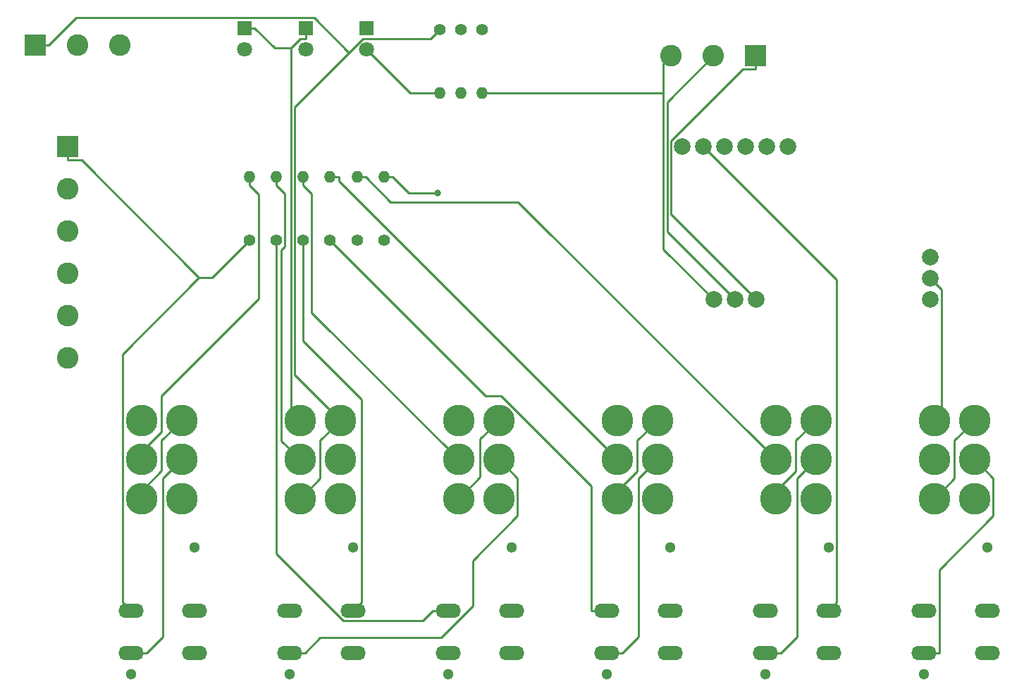
<source format=gbr>
G04 #@! TF.GenerationSoftware,KiCad,Pcbnew,(5.0.0)*
G04 #@! TF.CreationDate,2019-04-13T23:19:49+01:00*
G04 #@! TF.ProjectId,LS Tester,4C53205465737465722E6B696361645F,rev?*
G04 #@! TF.SameCoordinates,Original*
G04 #@! TF.FileFunction,Copper,L2,Bot,Signal*
G04 #@! TF.FilePolarity,Positive*
%FSLAX46Y46*%
G04 Gerber Fmt 4.6, Leading zero omitted, Abs format (unit mm)*
G04 Created by KiCad (PCBNEW (5.0.0)) date 04/13/19 23:19:49*
%MOMM*%
%LPD*%
G01*
G04 APERTURE LIST*
G04 #@! TA.AperFunction,ComponentPad*
%ADD10C,1.300000*%
G04 #@! TD*
G04 #@! TA.AperFunction,ComponentPad*
%ADD11O,3.048000X1.727200*%
G04 #@! TD*
G04 #@! TA.AperFunction,ComponentPad*
%ADD12C,1.800000*%
G04 #@! TD*
G04 #@! TA.AperFunction,ComponentPad*
%ADD13R,1.800000X1.800000*%
G04 #@! TD*
G04 #@! TA.AperFunction,ComponentPad*
%ADD14C,2.000000*%
G04 #@! TD*
G04 #@! TA.AperFunction,ComponentPad*
%ADD15C,1.400000*%
G04 #@! TD*
G04 #@! TA.AperFunction,ComponentPad*
%ADD16O,1.400000X1.400000*%
G04 #@! TD*
G04 #@! TA.AperFunction,ComponentPad*
%ADD17C,3.810000*%
G04 #@! TD*
G04 #@! TA.AperFunction,ComponentPad*
%ADD18R,2.600000X2.600000*%
G04 #@! TD*
G04 #@! TA.AperFunction,ComponentPad*
%ADD19C,2.600000*%
G04 #@! TD*
G04 #@! TA.AperFunction,ViaPad*
%ADD20C,0.800000*%
G04 #@! TD*
G04 #@! TA.AperFunction,Conductor*
%ADD21C,0.250000*%
G04 #@! TD*
G04 APERTURE END LIST*
D10*
G04 #@! TO.P,SW1,4*
G04 #@! TO.N,N/C*
X127000000Y-124460000D03*
G04 #@! TO.P,SW1,3*
X119380000Y-139700000D03*
D11*
G04 #@! TO.P,SW1,1*
G04 #@! TO.N,Net-(SW1-Pad1)*
X119380000Y-137160000D03*
G04 #@! TO.P,SW1,0*
G04 #@! TO.N,1*
X119380000Y-132080000D03*
G04 #@! TO.P,SW1,2*
G04 #@! TO.N,N/C*
X127000000Y-137160000D03*
G04 #@! TO.P,SW1,0*
G04 #@! TO.N,1*
X127000000Y-132080000D03*
G04 #@! TD*
D10*
G04 #@! TO.P,SW2,4*
G04 #@! TO.N,N/C*
X165100000Y-124460000D03*
G04 #@! TO.P,SW2,3*
X157480000Y-139700000D03*
D11*
G04 #@! TO.P,SW2,1*
G04 #@! TO.N,Net-(SW2-Pad1)*
X157480000Y-137160000D03*
G04 #@! TO.P,SW2,0*
G04 #@! TO.N,2*
X157480000Y-132080000D03*
G04 #@! TO.P,SW2,2*
G04 #@! TO.N,N/C*
X165100000Y-137160000D03*
G04 #@! TO.P,SW2,0*
G04 #@! TO.N,2*
X165100000Y-132080000D03*
G04 #@! TD*
D10*
G04 #@! TO.P,SW3,4*
G04 #@! TO.N,N/C*
X146050000Y-124460000D03*
G04 #@! TO.P,SW3,3*
X138430000Y-139700000D03*
D11*
G04 #@! TO.P,SW3,1*
G04 #@! TO.N,Net-(SW3-Pad1)*
X138430000Y-137160000D03*
G04 #@! TO.P,SW3,0*
G04 #@! TO.N,3*
X138430000Y-132080000D03*
G04 #@! TO.P,SW3,2*
G04 #@! TO.N,N/C*
X146050000Y-137160000D03*
G04 #@! TO.P,SW3,0*
G04 #@! TO.N,3*
X146050000Y-132080000D03*
G04 #@! TD*
D10*
G04 #@! TO.P,SW4,4*
G04 #@! TO.N,N/C*
X184150000Y-124460000D03*
G04 #@! TO.P,SW4,3*
X176530000Y-139700000D03*
D11*
G04 #@! TO.P,SW4,1*
G04 #@! TO.N,Net-(SW10-Pad5)*
X176530000Y-137160000D03*
G04 #@! TO.P,SW4,0*
G04 #@! TO.N,4*
X176530000Y-132080000D03*
G04 #@! TO.P,SW4,2*
G04 #@! TO.N,N/C*
X184150000Y-137160000D03*
G04 #@! TO.P,SW4,0*
G04 #@! TO.N,4*
X184150000Y-132080000D03*
G04 #@! TD*
D10*
G04 #@! TO.P,SW5,4*
G04 #@! TO.N,N/C*
X203200000Y-124460000D03*
G04 #@! TO.P,SW5,3*
X195580000Y-139700000D03*
D11*
G04 #@! TO.P,SW5,1*
G04 #@! TO.N,Net-(SW11-Pad5)*
X195580000Y-137160000D03*
G04 #@! TO.P,SW5,0*
G04 #@! TO.N,5*
X195580000Y-132080000D03*
G04 #@! TO.P,SW5,2*
G04 #@! TO.N,N/C*
X203200000Y-137160000D03*
G04 #@! TO.P,SW5,0*
G04 #@! TO.N,5*
X203200000Y-132080000D03*
G04 #@! TD*
D10*
G04 #@! TO.P,SW6,4*
G04 #@! TO.N,N/C*
X222250000Y-124460000D03*
G04 #@! TO.P,SW6,3*
X214630000Y-139700000D03*
D11*
G04 #@! TO.P,SW6,1*
G04 #@! TO.N,Net-(SW12-Pad5)*
X214630000Y-137160000D03*
G04 #@! TO.P,SW6,0*
G04 #@! TO.N,6*
X214630000Y-132080000D03*
G04 #@! TO.P,SW6,2*
G04 #@! TO.N,N/C*
X222250000Y-137160000D03*
G04 #@! TO.P,SW6,0*
G04 #@! TO.N,6*
X222250000Y-132080000D03*
G04 #@! TD*
D12*
G04 #@! TO.P,D11,2*
G04 #@! TO.N,13*
X133032000Y-64579500D03*
D13*
G04 #@! TO.P,D11,1*
G04 #@! TO.N,0v*
X133032000Y-62039500D03*
G04 #@! TD*
D12*
G04 #@! TO.P,D12,2*
G04 #@! TO.N,12*
X140398000Y-64643000D03*
D13*
G04 #@! TO.P,D12,1*
G04 #@! TO.N,0v*
X140398000Y-62103000D03*
G04 #@! TD*
D12*
G04 #@! TO.P,D13,2*
G04 #@! TO.N,11*
X147701000Y-64643000D03*
D13*
G04 #@! TO.P,D13,1*
G04 #@! TO.N,0v*
X147701000Y-62103000D03*
G04 #@! TD*
D14*
G04 #@! TO.P,J1,13*
G04 #@! TO.N,13*
X189420000Y-94678500D03*
G04 #@! TO.P,J1,12*
G04 #@! TO.N,12*
X191960000Y-94678500D03*
G04 #@! TO.P,J1,11*
G04 #@! TO.N,11*
X194500000Y-94678500D03*
G04 #@! TO.P,J1,6*
G04 #@! TO.N,6*
X185610000Y-76263500D03*
G04 #@! TO.P,J1,5*
G04 #@! TO.N,5*
X188150000Y-76263500D03*
G04 #@! TO.P,J1,4*
G04 #@! TO.N,4*
X190690000Y-76263500D03*
G04 #@! TO.P,J1,3*
G04 #@! TO.N,3*
X193230000Y-76263500D03*
G04 #@! TO.P,J1,2*
G04 #@! TO.N,2*
X195770000Y-76263500D03*
G04 #@! TO.P,J1,1*
G04 #@! TO.N,1*
X198310000Y-76263500D03*
G04 #@! TO.P,J1,23*
G04 #@! TO.N,Net-(J1-Pad23)*
X215455000Y-89598500D03*
G04 #@! TO.P,J1,22*
G04 #@! TO.N,0v*
X215455000Y-92138500D03*
G04 #@! TO.P,J1,21*
G04 #@! TO.N,+6v*
X215455000Y-94678500D03*
G04 #@! TD*
D15*
G04 #@! TO.P,R1,1*
G04 #@! TO.N,1*
X133667000Y-87567000D03*
D16*
G04 #@! TO.P,R1,2*
G04 #@! TO.N,Net-(R1-Pad2)*
X133667000Y-79947000D03*
G04 #@! TD*
D15*
G04 #@! TO.P,R2,1*
G04 #@! TO.N,2*
X136843000Y-87567000D03*
D16*
G04 #@! TO.P,R2,2*
G04 #@! TO.N,Net-(R2-Pad2)*
X136843000Y-79947000D03*
G04 #@! TD*
D15*
G04 #@! TO.P,R3,1*
G04 #@! TO.N,3*
X140081000Y-87567000D03*
D16*
G04 #@! TO.P,R3,2*
G04 #@! TO.N,Net-(R3-Pad2)*
X140081000Y-79947000D03*
G04 #@! TD*
D15*
G04 #@! TO.P,R4,1*
G04 #@! TO.N,4*
X143319000Y-87567000D03*
D16*
G04 #@! TO.P,R4,2*
G04 #@! TO.N,Net-(R4-Pad2)*
X143319000Y-79947000D03*
G04 #@! TD*
D15*
G04 #@! TO.P,R5,1*
G04 #@! TO.N,5*
X146558000Y-87567000D03*
D16*
G04 #@! TO.P,R5,2*
G04 #@! TO.N,Net-(R5-Pad2)*
X146558000Y-79947000D03*
G04 #@! TD*
D15*
G04 #@! TO.P,R6,1*
G04 #@! TO.N,6*
X149797000Y-87567000D03*
D16*
G04 #@! TO.P,R6,2*
G04 #@! TO.N,Net-(R6-Pad2)*
X149797000Y-79947000D03*
G04 #@! TD*
D15*
G04 #@! TO.P,R11,1*
G04 #@! TO.N,+6v*
X156464000Y-62230000D03*
D16*
G04 #@! TO.P,R11,2*
G04 #@! TO.N,11*
X156464000Y-69850000D03*
G04 #@! TD*
D15*
G04 #@! TO.P,R12,1*
G04 #@! TO.N,+6v*
X159004000Y-62230000D03*
D16*
G04 #@! TO.P,R12,2*
G04 #@! TO.N,12*
X159004000Y-69850000D03*
G04 #@! TD*
D15*
G04 #@! TO.P,R13,1*
G04 #@! TO.N,+6v*
X161544000Y-62230000D03*
D16*
G04 #@! TO.P,R13,2*
G04 #@! TO.N,13*
X161544000Y-69850000D03*
G04 #@! TD*
D17*
G04 #@! TO.P,SW7,6*
G04 #@! TO.N,0v*
X125476000Y-118618000D03*
G04 #@! TO.P,SW7,3*
G04 #@! TO.N,+6v*
X120650000Y-118618000D03*
G04 #@! TO.P,SW7,1*
G04 #@! TO.N,0v*
X120650000Y-109220000D03*
G04 #@! TO.P,SW7,4*
G04 #@! TO.N,+6v*
X125476000Y-109220000D03*
G04 #@! TO.P,SW7,2*
G04 #@! TO.N,Net-(R1-Pad2)*
X120650000Y-113919000D03*
G04 #@! TO.P,SW7,5*
G04 #@! TO.N,Net-(SW1-Pad1)*
X125476000Y-113919000D03*
G04 #@! TD*
G04 #@! TO.P,SW8,6*
G04 #@! TO.N,0v*
X144526000Y-118618000D03*
G04 #@! TO.P,SW8,3*
G04 #@! TO.N,+6v*
X139700000Y-118618000D03*
G04 #@! TO.P,SW8,1*
G04 #@! TO.N,0v*
X139700000Y-109220000D03*
G04 #@! TO.P,SW8,4*
G04 #@! TO.N,+6v*
X144526000Y-109220000D03*
G04 #@! TO.P,SW8,2*
G04 #@! TO.N,Net-(R2-Pad2)*
X139700000Y-113919000D03*
G04 #@! TO.P,SW8,5*
G04 #@! TO.N,Net-(SW2-Pad1)*
X144526000Y-113919000D03*
G04 #@! TD*
G04 #@! TO.P,SW9,6*
G04 #@! TO.N,0v*
X163576000Y-118618000D03*
G04 #@! TO.P,SW9,3*
G04 #@! TO.N,+6v*
X158750000Y-118618000D03*
G04 #@! TO.P,SW9,1*
G04 #@! TO.N,0v*
X158750000Y-109220000D03*
G04 #@! TO.P,SW9,4*
G04 #@! TO.N,+6v*
X163576000Y-109220000D03*
G04 #@! TO.P,SW9,2*
G04 #@! TO.N,Net-(R3-Pad2)*
X158750000Y-113919000D03*
G04 #@! TO.P,SW9,5*
G04 #@! TO.N,Net-(SW3-Pad1)*
X163576000Y-113919000D03*
G04 #@! TD*
G04 #@! TO.P,SW10,6*
G04 #@! TO.N,0v*
X182626000Y-118618000D03*
G04 #@! TO.P,SW10,3*
G04 #@! TO.N,+6v*
X177800000Y-118618000D03*
G04 #@! TO.P,SW10,1*
G04 #@! TO.N,0v*
X177800000Y-109220000D03*
G04 #@! TO.P,SW10,4*
G04 #@! TO.N,+6v*
X182626000Y-109220000D03*
G04 #@! TO.P,SW10,2*
G04 #@! TO.N,Net-(R4-Pad2)*
X177800000Y-113919000D03*
G04 #@! TO.P,SW10,5*
G04 #@! TO.N,Net-(SW10-Pad5)*
X182626000Y-113919000D03*
G04 #@! TD*
G04 #@! TO.P,SW11,6*
G04 #@! TO.N,0v*
X201676000Y-118618000D03*
G04 #@! TO.P,SW11,3*
G04 #@! TO.N,+6v*
X196850000Y-118618000D03*
G04 #@! TO.P,SW11,1*
G04 #@! TO.N,0v*
X196850000Y-109220000D03*
G04 #@! TO.P,SW11,4*
G04 #@! TO.N,+6v*
X201676000Y-109220000D03*
G04 #@! TO.P,SW11,2*
G04 #@! TO.N,Net-(R5-Pad2)*
X196850000Y-113919000D03*
G04 #@! TO.P,SW11,5*
G04 #@! TO.N,Net-(SW11-Pad5)*
X201676000Y-113919000D03*
G04 #@! TD*
G04 #@! TO.P,SW12,6*
G04 #@! TO.N,0v*
X220726000Y-118618000D03*
G04 #@! TO.P,SW12,3*
G04 #@! TO.N,+6v*
X215900000Y-118618000D03*
G04 #@! TO.P,SW12,1*
G04 #@! TO.N,0v*
X215900000Y-109220000D03*
G04 #@! TO.P,SW12,4*
G04 #@! TO.N,+6v*
X220726000Y-109220000D03*
G04 #@! TO.P,SW12,2*
G04 #@! TO.N,Net-(R6-Pad2)*
X215900000Y-113919000D03*
G04 #@! TO.P,SW12,5*
G04 #@! TO.N,Net-(SW12-Pad5)*
X220726000Y-113919000D03*
G04 #@! TD*
D18*
G04 #@! TO.P,J2,1*
G04 #@! TO.N,+6v*
X107886000Y-64135000D03*
D19*
G04 #@! TO.P,J2,2*
G04 #@! TO.N,0v*
X112966000Y-64135000D03*
G04 #@! TO.P,J2,3*
G04 #@! TO.N,Net-(J1-Pad23)*
X118046000Y-64135000D03*
G04 #@! TD*
G04 #@! TO.P,J3,3*
G04 #@! TO.N,13*
X184277000Y-65405000D03*
G04 #@! TO.P,J3,2*
G04 #@! TO.N,12*
X189357000Y-65405000D03*
D18*
G04 #@! TO.P,J3,1*
G04 #@! TO.N,11*
X194437000Y-65405000D03*
G04 #@! TD*
G04 #@! TO.P,J4,1*
G04 #@! TO.N,1*
X111824000Y-76327000D03*
D19*
G04 #@! TO.P,J4,2*
G04 #@! TO.N,2*
X111824000Y-81407000D03*
G04 #@! TO.P,J4,3*
G04 #@! TO.N,3*
X111824000Y-86487000D03*
G04 #@! TO.P,J4,4*
G04 #@! TO.N,4*
X111824000Y-91567000D03*
G04 #@! TO.P,J4,5*
G04 #@! TO.N,5*
X111824000Y-96647000D03*
G04 #@! TO.P,J4,6*
G04 #@! TO.N,6*
X111824000Y-101727000D03*
G04 #@! TD*
D20*
G04 #@! TO.N,Net-(R6-Pad2)*
X156231600Y-81921400D03*
G04 #@! TD*
D21*
G04 #@! TO.N,+6v*
X215900000Y-118618000D02*
X218313000Y-116205000D01*
X218313000Y-116205000D02*
X218313000Y-111633000D01*
X218313000Y-111633000D02*
X220726000Y-109220000D01*
X163576000Y-109220000D02*
X161322400Y-111473600D01*
X161322400Y-111473600D02*
X161322400Y-116045600D01*
X161322400Y-116045600D02*
X158750000Y-118618000D01*
X201676000Y-109220000D02*
X199263000Y-111633000D01*
X199263000Y-111633000D02*
X199263000Y-115332700D01*
X199263000Y-115332700D02*
X196850000Y-117745700D01*
X196850000Y-117745700D02*
X196850000Y-118618000D01*
X145585800Y-64999200D02*
X139050500Y-71534500D01*
X139050500Y-71534500D02*
X139050500Y-103744500D01*
X139050500Y-103744500D02*
X144526000Y-109220000D01*
X156464000Y-62230000D02*
X155365600Y-63328400D01*
X155365600Y-63328400D02*
X147256600Y-63328400D01*
X147256600Y-63328400D02*
X145585800Y-64999200D01*
X109511300Y-64135000D02*
X112832200Y-60814100D01*
X112832200Y-60814100D02*
X141400600Y-60814100D01*
X141400600Y-60814100D02*
X145585800Y-64999200D01*
X107886000Y-64135000D02*
X109511300Y-64135000D01*
X125476000Y-109220000D02*
X123063000Y-111633000D01*
X123063000Y-111633000D02*
X123063000Y-115255700D01*
X123063000Y-115255700D02*
X120650000Y-117668700D01*
X120650000Y-117668700D02*
X120650000Y-118618000D01*
X144526000Y-109220000D02*
X142113000Y-111633000D01*
X142113000Y-111633000D02*
X142113000Y-116205000D01*
X142113000Y-116205000D02*
X139700000Y-118618000D01*
X182626000Y-109220000D02*
X180213000Y-111633000D01*
X180213000Y-111633000D02*
X180213000Y-115332700D01*
X180213000Y-115332700D02*
X177800000Y-117745700D01*
X177800000Y-117745700D02*
X177800000Y-118618000D01*
G04 #@! TO.N,0v*
X133032000Y-62039500D02*
X134257300Y-62039500D01*
X138600100Y-64441400D02*
X139713200Y-63328300D01*
X139713200Y-63328300D02*
X140398000Y-63328300D01*
X134257300Y-62039500D02*
X136659200Y-64441400D01*
X136659200Y-64441400D02*
X138600100Y-64441400D01*
X139700000Y-109220000D02*
X138600100Y-108120100D01*
X138600100Y-108120100D02*
X138600100Y-64441400D01*
X215900000Y-109220000D02*
X216796000Y-108324000D01*
X216796000Y-108324000D02*
X216796000Y-93479500D01*
X216796000Y-93479500D02*
X215455000Y-92138500D01*
X140398000Y-62103000D02*
X140398000Y-63328300D01*
G04 #@! TO.N,1*
X111824000Y-76327000D02*
X111824000Y-77952300D01*
X127569900Y-92072900D02*
X129161100Y-92072900D01*
X129161100Y-92072900D02*
X133667000Y-87567000D01*
X111824000Y-77952300D02*
X113449300Y-77952300D01*
X113449300Y-77952300D02*
X127569900Y-92072900D01*
X127569900Y-92072900D02*
X118396800Y-101246000D01*
X118396800Y-101246000D02*
X118396800Y-131096800D01*
X118396800Y-131096800D02*
X119380000Y-132080000D01*
G04 #@! TO.N,2*
X157480000Y-132080000D02*
X155630700Y-132080000D01*
X136843000Y-87567000D02*
X136843000Y-125233500D01*
X136843000Y-125233500D02*
X144883600Y-133274100D01*
X144883600Y-133274100D02*
X154436600Y-133274100D01*
X154436600Y-133274100D02*
X155630700Y-132080000D01*
G04 #@! TO.N,3*
X140081000Y-87567000D02*
X140081000Y-99678700D01*
X140081000Y-99678700D02*
X147063800Y-106661500D01*
X147063800Y-106661500D02*
X147063800Y-131066200D01*
X147063800Y-131066200D02*
X146050000Y-132080000D01*
G04 #@! TO.N,4*
X176530000Y-132080000D02*
X174680700Y-132080000D01*
X143319000Y-87567000D02*
X162009700Y-106257700D01*
X162009700Y-106257700D02*
X163833100Y-106257700D01*
X163833100Y-106257700D02*
X174680700Y-117105300D01*
X174680700Y-117105300D02*
X174680700Y-132080000D01*
G04 #@! TO.N,5*
X203200000Y-132080000D02*
X204178100Y-131101900D01*
X204178100Y-131101900D02*
X204178100Y-92291600D01*
X204178100Y-92291600D02*
X188150000Y-76263500D01*
G04 #@! TO.N,11*
X156464000Y-69850000D02*
X152908000Y-69850000D01*
X152908000Y-69850000D02*
X147701000Y-64643000D01*
X194437000Y-65405000D02*
X194437000Y-67030300D01*
X194437000Y-67030300D02*
X192913300Y-67030300D01*
X192913300Y-67030300D02*
X184277100Y-75666500D01*
X184277100Y-75666500D02*
X184277100Y-84455600D01*
X184277100Y-84455600D02*
X194500000Y-94678500D01*
G04 #@! TO.N,12*
X191960000Y-94678500D02*
X183826700Y-86545200D01*
X183826700Y-86545200D02*
X183826700Y-70935300D01*
X183826700Y-70935300D02*
X189357000Y-65405000D01*
G04 #@! TO.N,13*
X183366100Y-69850000D02*
X183366100Y-88624600D01*
X183366100Y-88624600D02*
X189420000Y-94678500D01*
X184277000Y-65405000D02*
X183366100Y-66315900D01*
X183366100Y-66315900D02*
X183366100Y-69850000D01*
X183366100Y-69850000D02*
X162569300Y-69850000D01*
X161544000Y-69850000D02*
X162569300Y-69850000D01*
G04 #@! TO.N,Net-(R1-Pad2)*
X133667000Y-79947000D02*
X133667000Y-80972300D01*
X133667000Y-80972300D02*
X134725600Y-82030900D01*
X134725600Y-82030900D02*
X134725600Y-94570200D01*
X134725600Y-94570200D02*
X123063000Y-106232800D01*
X123063000Y-106232800D02*
X123063000Y-110586000D01*
X123063000Y-110586000D02*
X120650000Y-112999000D01*
X120650000Y-112999000D02*
X120650000Y-113919000D01*
G04 #@! TO.N,Net-(R2-Pad2)*
X136843000Y-79947000D02*
X136843000Y-80972300D01*
X139700000Y-113919000D02*
X137433800Y-111652800D01*
X137433800Y-111652800D02*
X137433800Y-88764100D01*
X137433800Y-88764100D02*
X137868300Y-88329600D01*
X137868300Y-88329600D02*
X137868300Y-81997600D01*
X137868300Y-81997600D02*
X136843000Y-80972300D01*
G04 #@! TO.N,Net-(R3-Pad2)*
X140081000Y-79947000D02*
X140081000Y-80972300D01*
X158750000Y-113919000D02*
X141106300Y-96275300D01*
X141106300Y-96275300D02*
X141106300Y-81997600D01*
X141106300Y-81997600D02*
X140081000Y-80972300D01*
G04 #@! TO.N,Net-(R4-Pad2)*
X143319000Y-79947000D02*
X144344300Y-79947000D01*
X177800000Y-113919000D02*
X144344300Y-80463300D01*
X144344300Y-80463300D02*
X144344300Y-79947000D01*
G04 #@! TO.N,Net-(R5-Pad2)*
X147583300Y-79947000D02*
X150601100Y-82964800D01*
X150601100Y-82964800D02*
X165895800Y-82964800D01*
X165895800Y-82964800D02*
X196850000Y-113919000D01*
X146558000Y-79947000D02*
X147583300Y-79947000D01*
G04 #@! TO.N,Net-(R6-Pad2)*
X149797000Y-79947000D02*
X150822300Y-79947000D01*
X156231600Y-81921400D02*
X152796700Y-81921400D01*
X152796700Y-81921400D02*
X150822300Y-79947000D01*
G04 #@! TO.N,Net-(SW1-Pad1)*
X119380000Y-137160000D02*
X121229300Y-137160000D01*
X125476000Y-113919000D02*
X123190000Y-116205000D01*
X123190000Y-116205000D02*
X123190000Y-135199300D01*
X123190000Y-135199300D02*
X121229300Y-137160000D01*
G04 #@! TO.N,Net-(SW10-Pad5)*
X176530000Y-137160000D02*
X178379300Y-137160000D01*
X182626000Y-113919000D02*
X180340000Y-116205000D01*
X180340000Y-116205000D02*
X180340000Y-135199300D01*
X180340000Y-135199300D02*
X178379300Y-137160000D01*
G04 #@! TO.N,Net-(SW11-Pad5)*
X195580000Y-137160000D02*
X197429300Y-137160000D01*
X201676000Y-113919000D02*
X199390000Y-116205000D01*
X199390000Y-116205000D02*
X199390000Y-135199300D01*
X199390000Y-135199300D02*
X197429300Y-137160000D01*
G04 #@! TO.N,Net-(SW12-Pad5)*
X214630000Y-137160000D02*
X216479300Y-137160000D01*
X220726000Y-113919000D02*
X222968100Y-116161100D01*
X222968100Y-116161100D02*
X222968100Y-120692700D01*
X222968100Y-120692700D02*
X216479300Y-127181500D01*
X216479300Y-127181500D02*
X216479300Y-137160000D01*
G04 #@! TO.N,Net-(SW3-Pad1)*
X138430000Y-137160000D02*
X140279300Y-137160000D01*
X163576000Y-113919000D02*
X165810600Y-116153600D01*
X165810600Y-116153600D02*
X165810600Y-120700200D01*
X165810600Y-120700200D02*
X160448300Y-126062500D01*
X160448300Y-126062500D02*
X160448300Y-131521800D01*
X160448300Y-131521800D02*
X156659400Y-135310700D01*
X156659400Y-135310700D02*
X142128600Y-135310700D01*
X142128600Y-135310700D02*
X140279300Y-137160000D01*
G04 #@! TD*
M02*

</source>
